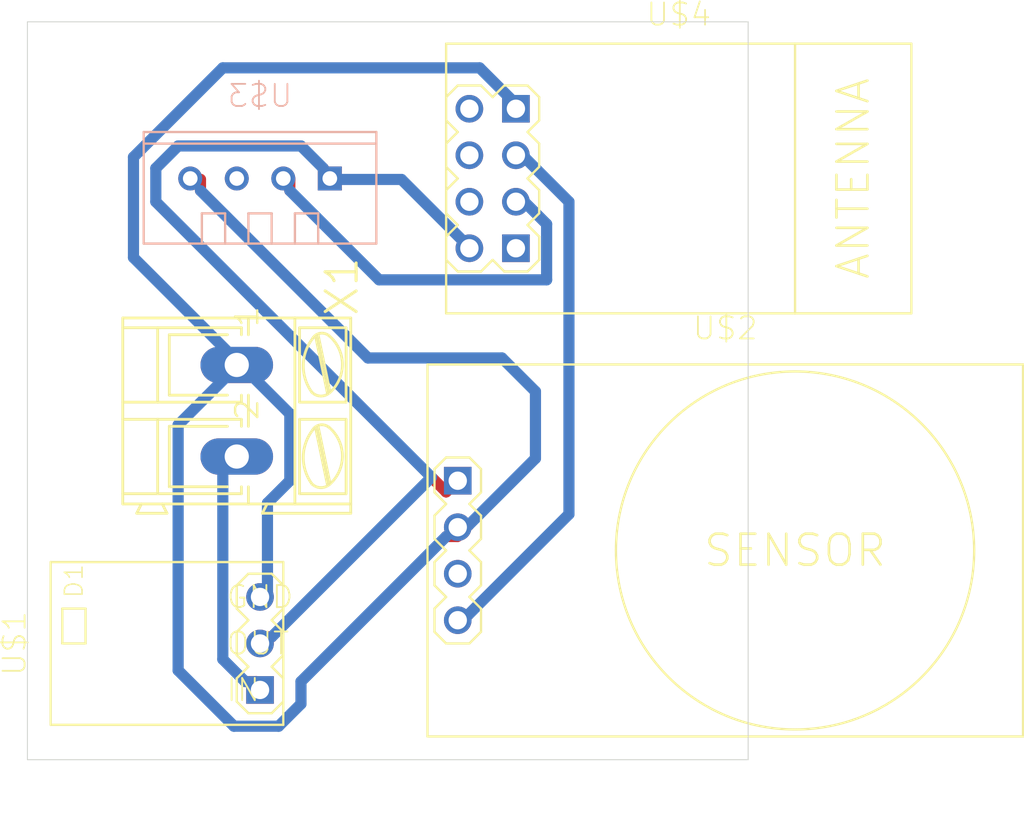
<source format=kicad_pcb>
(kicad_pcb (version 20171130) (host pcbnew "(5.1.6-0-10_14)")

  (general
    (thickness 1.6)
    (drawings 4)
    (tracks 66)
    (zones 0)
    (modules 5)
    (nets 12)
  )

  (page A4)
  (layers
    (0 Top signal)
    (31 Bottom signal)
    (32 B.Adhes user)
    (33 F.Adhes user)
    (34 B.Paste user)
    (35 F.Paste user)
    (36 B.SilkS user)
    (37 F.SilkS user)
    (38 B.Mask user)
    (39 F.Mask user)
    (40 Dwgs.User user)
    (41 Cmts.User user)
    (42 Eco1.User user)
    (43 Eco2.User user)
    (44 Edge.Cuts user)
    (45 Margin user)
    (46 B.CrtYd user)
    (47 F.CrtYd user)
    (48 B.Fab user)
    (49 F.Fab user)
  )

  (setup
    (last_trace_width 0.25)
    (trace_clearance 0.2)
    (zone_clearance 0.508)
    (zone_45_only no)
    (trace_min 0.2)
    (via_size 0.8)
    (via_drill 0.4)
    (via_min_size 0.4)
    (via_min_drill 0.3)
    (uvia_size 0.3)
    (uvia_drill 0.1)
    (uvias_allowed no)
    (uvia_min_size 0.2)
    (uvia_min_drill 0.1)
    (edge_width 0.05)
    (segment_width 0.2)
    (pcb_text_width 0.3)
    (pcb_text_size 1.5 1.5)
    (mod_edge_width 0.12)
    (mod_text_size 1 1)
    (mod_text_width 0.15)
    (pad_size 1.524 1.524)
    (pad_drill 0.762)
    (pad_to_mask_clearance 0.05)
    (aux_axis_origin 0 0)
    (visible_elements FFFFFF7F)
    (pcbplotparams
      (layerselection 0x010fc_ffffffff)
      (usegerberextensions false)
      (usegerberattributes true)
      (usegerberadvancedattributes true)
      (creategerberjobfile true)
      (excludeedgelayer true)
      (linewidth 0.100000)
      (plotframeref false)
      (viasonmask false)
      (mode 1)
      (useauxorigin false)
      (hpglpennumber 1)
      (hpglpenspeed 20)
      (hpglpendiameter 15.000000)
      (psnegative false)
      (psa4output false)
      (plotreference true)
      (plotvalue true)
      (plotinvisibletext false)
      (padsonsilk false)
      (subtractmaskfromsilk false)
      (outputformat 1)
      (mirror false)
      (drillshape 1)
      (scaleselection 1)
      (outputdirectory ""))
  )

  (net 0 "")
  (net 1 VCC)
  (net 2 GND)
  (net 3 "Net-(U$1-Pad2)")
  (net 4 "Net-(U$2-Pad4)")
  (net 5 "Net-(U$2-Pad3)")
  (net 6 "Net-(U$3-Pad3)")
  (net 7 "Net-(U$3-Pad2)")
  (net 8 "Net-(U$4-PadD1)")
  (net 9 "Net-(U$4-PadA2)")
  (net 10 "Net-(U$4-PadB2)")
  (net 11 "Net-(U$4-PadC2)")

  (net_class Default "This is the default net class."
    (clearance 0.2)
    (trace_width 0.25)
    (via_dia 0.8)
    (via_drill 0.4)
    (uvia_dia 0.3)
    (uvia_drill 0.1)
    (add_net GND)
    (add_net "Net-(U$1-Pad2)")
    (add_net "Net-(U$2-Pad3)")
    (add_net "Net-(U$2-Pad4)")
    (add_net "Net-(U$3-Pad2)")
    (add_net "Net-(U$3-Pad3)")
    (add_net "Net-(U$4-PadA2)")
    (add_net "Net-(U$4-PadB2)")
    (add_net "Net-(U$4-PadC2)")
    (add_net "Net-(U$4-PadD1)")
    (add_net VCC)
  )

  (module GAS:REG-AMS1117-3P (layer Top) (tedit 0) (tstamp 5F1F1DCD)
    (at 136.4461 118.8086 90)
    (descr "<b>Linear Regulator</b> based on <b>AMS1117</b> chip<br />\n3-pin version")
    (path /4D826FCC)
    (fp_text reference U$1 (at 0 -7.62 90) (layer F.SilkS)
      (effects (font (size 1.2065 1.2065) (thickness 0.09652)) (justify bottom))
    )
    (fp_text value REG-AMS1117-3P- (at 0 7.62 90) (layer F.Fab)
      (effects (font (size 1.2065 1.2065) (thickness 0.09652)) (justify top))
    )
    (fp_line (start -4.445 6.35) (end 4.445 6.35) (layer F.SilkS) (width 0.127))
    (fp_line (start 4.445 6.35) (end 4.445 -6.35) (layer F.SilkS) (width 0.127))
    (fp_line (start 4.445 -6.35) (end -4.445 -6.35) (layer F.SilkS) (width 0.127))
    (fp_line (start -4.445 -6.35) (end -4.445 6.35) (layer F.SilkS) (width 0.127))
    (fp_line (start -3.81 4.445) (end -3.175 3.81) (layer F.SilkS) (width 0.127))
    (fp_line (start -3.175 3.81) (end -1.905 3.81) (layer F.SilkS) (width 0.127))
    (fp_line (start -1.905 3.81) (end -1.27 4.445) (layer F.SilkS) (width 0.127))
    (fp_line (start -1.27 4.445) (end -0.635 3.81) (layer F.SilkS) (width 0.127))
    (fp_line (start -0.635 3.81) (end 0.635 3.81) (layer F.SilkS) (width 0.127))
    (fp_line (start 0.635 3.81) (end 1.27 4.445) (layer F.SilkS) (width 0.127))
    (fp_line (start 1.27 4.445) (end 1.905 3.81) (layer F.SilkS) (width 0.127))
    (fp_line (start 1.905 3.81) (end 3.175 3.81) (layer F.SilkS) (width 0.127))
    (fp_line (start 3.81 5.715) (end 3.175 6.35) (layer F.SilkS) (width 0.127))
    (fp_line (start 1.905 6.35) (end 1.27 5.715) (layer F.SilkS) (width 0.127))
    (fp_line (start 1.27 5.715) (end 0.635 6.35) (layer F.SilkS) (width 0.127))
    (fp_line (start -0.635 6.35) (end -1.27 5.715) (layer F.SilkS) (width 0.127))
    (fp_line (start -1.27 5.715) (end -1.905 6.35) (layer F.SilkS) (width 0.127))
    (fp_line (start -3.175 6.35) (end -3.81 5.715) (layer F.SilkS) (width 0.127))
    (fp_line (start -3.81 5.715) (end -3.81 4.445) (layer F.SilkS) (width 0.127))
    (fp_line (start 3.81 5.715) (end 3.81 4.445) (layer F.SilkS) (width 0.127))
    (fp_line (start 3.81 4.445) (end 3.175 3.81) (layer F.SilkS) (width 0.127))
    (fp_line (start 0 -5.715) (end 1.905 -5.715) (layer F.SilkS) (width 0.127))
    (fp_line (start 1.905 -5.715) (end 1.905 -4.445) (layer F.SilkS) (width 0.127))
    (fp_line (start 1.905 -4.445) (end 0 -4.445) (layer F.SilkS) (width 0.127))
    (fp_line (start 0 -4.445) (end 0 -5.715) (layer F.SilkS) (width 0.127))
    (fp_text user D1 (at 2.413 -5.08 90) (layer F.SilkS)
      (effects (font (size 0.9652 0.9652) (thickness 0.08128)) (justify left))
    )
    (fp_text user IN (at -2.54 3.175 180) (layer F.SilkS)
      (effects (font (size 1.2065 1.2065) (thickness 0.1016)) (justify left))
    )
    (fp_text user OUT (at 0 3.175 180) (layer F.SilkS)
      (effects (font (size 1.2065 1.2065) (thickness 0.1016)) (justify left))
    )
    (fp_text user GND (at 2.54 3.175 180) (layer F.SilkS)
      (effects (font (size 1.2065 1.2065) (thickness 0.1016)) (justify left))
    )
    (pad 3 thru_hole circle (at 2.54 5.08 90) (size 1.508 1.508) (drill 1) (layers *.Cu *.Mask)
      (net 2 GND) (solder_mask_margin 0.1016))
    (pad 1 thru_hole rect (at -2.54 5.08 90) (size 1.508 1.508) (drill 1) (layers *.Cu *.Mask)
      (net 1 VCC) (solder_mask_margin 0.1016))
    (pad 2 thru_hole circle (at 0 5.08 90) (size 1.508 1.508) (drill 1) (layers *.Cu *.Mask)
      (net 3 "Net-(U$1-Pad2)") (solder_mask_margin 0.1016))
    (model "${KISYS3DMOD}/ams1117-1.snapshot.3/Regulador AMS1117 5V a 3.step"
      (offset (xyz 0 0 4))
      (scale (xyz 1 1 1))
      (rotate (xyz 0 -180 0))
    )
  )

  (module GAS:GAS-SENSOR-MQ2 (layer Top) (tedit 0) (tstamp 5F1F1DF0)
    (at 166.9261 113.7286)
    (descr "<b>Gas Sensor</b> based on <b>MQ-2</b> device")
    (path /6197D135)
    (fp_text reference U$2 (at 0 -11.43) (layer F.SilkS)
      (effects (font (size 1.2065 1.2065) (thickness 0.09652)) (justify bottom))
    )
    (fp_text value GAS-SENSOR-MQ2 (at 0 11.43) (layer F.Fab)
      (effects (font (size 1.2065 1.2065) (thickness 0.09652)) (justify top))
    )
    (fp_line (start -16.256 -10.16) (end 16.256 -10.16) (layer F.SilkS) (width 0.127))
    (fp_line (start 16.256 -10.16) (end 16.256 10.16) (layer F.SilkS) (width 0.127))
    (fp_line (start 16.256 10.16) (end -16.256 10.16) (layer F.SilkS) (width 0.127))
    (fp_line (start -16.256 10.16) (end -16.256 -10.16) (layer F.SilkS) (width 0.127))
    (fp_circle (center 3.81 0) (end 13.589 0) (layer F.SilkS) (width 0.127))
    (fp_line (start -15.875 -4.445) (end -15.24 -5.08) (layer F.SilkS) (width 0.127))
    (fp_line (start -15.24 -5.08) (end -13.97 -5.08) (layer F.SilkS) (width 0.127))
    (fp_line (start -13.97 -5.08) (end -13.335 -4.445) (layer F.SilkS) (width 0.127))
    (fp_line (start -13.335 -4.445) (end -13.335 -3.175) (layer F.SilkS) (width 0.127))
    (fp_line (start -13.335 -3.175) (end -13.97 -2.54) (layer F.SilkS) (width 0.127))
    (fp_line (start -13.97 -2.54) (end -13.335 -1.905) (layer F.SilkS) (width 0.127))
    (fp_line (start -13.335 -1.905) (end -13.335 -0.635) (layer F.SilkS) (width 0.127))
    (fp_line (start -13.335 -0.635) (end -13.97 0) (layer F.SilkS) (width 0.127))
    (fp_line (start -13.97 0) (end -13.335 0.635) (layer F.SilkS) (width 0.127))
    (fp_line (start -13.335 0.635) (end -13.335 1.905) (layer F.SilkS) (width 0.127))
    (fp_line (start -13.335 1.905) (end -13.97 2.54) (layer F.SilkS) (width 0.127))
    (fp_line (start -15.24 2.54) (end -15.875 1.905) (layer F.SilkS) (width 0.127))
    (fp_line (start -15.875 1.905) (end -15.875 0.635) (layer F.SilkS) (width 0.127))
    (fp_line (start -15.875 0.635) (end -15.24 0) (layer F.SilkS) (width 0.127))
    (fp_line (start -15.24 0) (end -15.875 -0.635) (layer F.SilkS) (width 0.127))
    (fp_line (start -15.875 -0.635) (end -15.875 -1.905) (layer F.SilkS) (width 0.127))
    (fp_line (start -15.875 -1.905) (end -15.24 -2.54) (layer F.SilkS) (width 0.127))
    (fp_line (start -15.24 -2.54) (end -15.875 -3.175) (layer F.SilkS) (width 0.127))
    (fp_line (start -15.875 -3.175) (end -15.875 -4.445) (layer F.SilkS) (width 0.127))
    (fp_line (start -15.24 2.54) (end -15.875 3.175) (layer F.SilkS) (width 0.127))
    (fp_line (start -15.875 3.175) (end -15.875 4.445) (layer F.SilkS) (width 0.127))
    (fp_line (start -15.875 4.445) (end -15.24 5.08) (layer F.SilkS) (width 0.127))
    (fp_line (start -15.24 5.08) (end -13.97 5.08) (layer F.SilkS) (width 0.127))
    (fp_line (start -13.97 5.08) (end -13.335 4.445) (layer F.SilkS) (width 0.127))
    (fp_line (start -13.335 4.445) (end -13.335 3.175) (layer F.SilkS) (width 0.127))
    (fp_line (start -13.335 3.175) (end -13.97 2.54) (layer F.SilkS) (width 0.127))
    (fp_text user SENSOR (at 3.81 0) (layer F.SilkS)
      (effects (font (size 1.6891 1.6891) (thickness 0.14224)))
    )
    (pad "" np_thru_hole circle (at 13.589 -7.62) (size 2.8 2.8) (drill 2.8) (layers *.Cu *.Mask))
    (pad "" np_thru_hole circle (at 13.589 7.62) (size 2.8 2.8) (drill 2.8) (layers *.Cu *.Mask))
    (pad "" np_thru_hole circle (at -13.589 7.62) (size 2.8 2.8) (drill 2.8) (layers *.Cu *.Mask))
    (pad "" np_thru_hole circle (at -13.589 -7.62) (size 2.8 2.8) (drill 2.8) (layers *.Cu *.Mask))
    (pad 4 thru_hole circle (at -14.605 3.81) (size 1.508 1.508) (drill 1) (layers *.Cu *.Mask)
      (net 4 "Net-(U$2-Pad4)") (solder_mask_margin 0.1016))
    (pad 3 thru_hole circle (at -14.605 1.27) (size 1.508 1.508) (drill 1) (layers *.Cu *.Mask)
      (net 5 "Net-(U$2-Pad3)") (solder_mask_margin 0.1016))
    (pad 2 thru_hole circle (at -14.605 -1.27) (size 1.508 1.508) (drill 1) (layers *.Cu *.Mask)
      (net 2 GND) (solder_mask_margin 0.1016))
    (pad 1 thru_hole rect (at -14.605 -3.81) (size 1.508 1.508) (drill 1) (layers *.Cu *.Mask)
      (net 3 "Net-(U$1-Pad2)") (solder_mask_margin 0.1016))
    (model "${KISYS3DMOD}/mq135-air-sensor-1.snapshot.1 2/MQ135_sensor.step"
      (offset (xyz -5 5.5 3.5))
      (scale (xyz 1 1 1))
      (rotate (xyz 0 0 -180))
    )
  )

  (module GAS:TEMP-HUM-SENSOR-DHT11 (layer Bottom) (tedit 0) (tstamp 5F1F1E1B)
    (at 141.5261 93.4086 180)
    (descr "<b>DHT11 - digital humidity & temperature sensor</b>")
    (path /2AECCF64)
    (fp_text reference U$3 (at 0 3.81) (layer B.SilkS)
      (effects (font (size 1.2065 1.2065) (thickness 0.09652)) (justify bottom mirror))
    )
    (fp_text value TEMP-HUM-SENSOR-DHT11 (at 0 -5.08) (layer B.Fab)
      (effects (font (size 1.2065 1.2065) (thickness 0.09652)) (justify top mirror))
    )
    (fp_line (start -6.35 2.54) (end 6.35 2.54) (layer B.SilkS) (width 0.127))
    (fp_line (start 6.35 2.54) (end 6.35 1.905) (layer B.SilkS) (width 0.127))
    (fp_line (start 6.35 1.905) (end 6.35 -3.556) (layer B.SilkS) (width 0.127))
    (fp_line (start 6.35 -3.556) (end 3.175 -3.556) (layer B.SilkS) (width 0.127))
    (fp_line (start 3.175 -3.556) (end 1.905 -3.556) (layer B.SilkS) (width 0.127))
    (fp_line (start 1.905 -3.556) (end 0.635 -3.556) (layer B.SilkS) (width 0.127))
    (fp_line (start 0.635 -3.556) (end -0.635 -3.556) (layer B.SilkS) (width 0.127))
    (fp_line (start -0.635 -3.556) (end -1.905 -3.556) (layer B.SilkS) (width 0.127))
    (fp_line (start -1.905 -3.556) (end -3.175 -3.556) (layer B.SilkS) (width 0.127))
    (fp_line (start -3.175 -3.556) (end -6.35 -3.556) (layer B.SilkS) (width 0.127))
    (fp_line (start -6.35 -3.556) (end -6.35 1.905) (layer B.SilkS) (width 0.127))
    (fp_line (start -6.35 1.905) (end -6.35 2.54) (layer B.SilkS) (width 0.127))
    (fp_line (start -0.635 -3.556) (end -0.635 -1.905) (layer B.SilkS) (width 0.127))
    (fp_line (start -0.635 -1.905) (end 0.635 -1.905) (layer B.SilkS) (width 0.127))
    (fp_line (start 0.635 -1.905) (end 0.635 -3.556) (layer B.SilkS) (width 0.127))
    (fp_line (start -3.175 -3.556) (end -3.175 -1.905) (layer B.SilkS) (width 0.127))
    (fp_line (start -3.175 -1.905) (end -1.905 -1.905) (layer B.SilkS) (width 0.127))
    (fp_line (start -1.905 -1.905) (end -1.905 -3.556) (layer B.SilkS) (width 0.127))
    (fp_line (start 1.905 -3.556) (end 1.905 -1.905) (layer B.SilkS) (width 0.127))
    (fp_line (start 1.905 -1.905) (end 3.175 -1.905) (layer B.SilkS) (width 0.127))
    (fp_line (start 3.175 -1.905) (end 3.175 -3.556) (layer B.SilkS) (width 0.127))
    (fp_line (start -6.35 1.905) (end 6.35 1.905) (layer B.SilkS) (width 0.127))
    (pad 4 thru_hole circle (at 3.81 0 180) (size 1.308 1.308) (drill 0.8) (layers *.Cu *.Mask)
      (net 2 GND) (solder_mask_margin 0.1016))
    (pad 3 thru_hole circle (at 1.27 0 180) (size 1.308 1.308) (drill 0.8) (layers *.Cu *.Mask)
      (net 6 "Net-(U$3-Pad3)") (solder_mask_margin 0.1016))
    (pad 2 thru_hole circle (at -1.27 0 180) (size 1.308 1.308) (drill 0.8) (layers *.Cu *.Mask)
      (net 7 "Net-(U$3-Pad2)") (solder_mask_margin 0.1016))
    (pad 1 thru_hole rect (at -3.81 0 180) (size 1.308 1.308) (drill 0.8) (layers *.Cu *.Mask)
      (net 3 "Net-(U$1-Pad2)") (solder_mask_margin 0.1016))
    (model ${KISYS3DMOD}/dht11-1.snapshot.2/DHT11.STEP
      (offset (xyz -6 -2.5 -3.5))
      (scale (xyz 1 1 1))
      (rotate (xyz 90 0 0))
    )
  )

  (module GAS:WIRELESS-WIFI-ESP-01 (layer Top) (tedit 0) (tstamp 5F1F1E38)
    (at 164.3861 93.4086)
    (descr "<b>Wireless Wi-Fi ESP-01 Module</b> based on <b>ESP8266</b> chip")
    (path /9A709B56)
    (fp_text reference U$4 (at 0 -8.255) (layer F.SilkS)
      (effects (font (size 1.2065 1.2065) (thickness 0.09652)) (justify bottom))
    )
    (fp_text value WIRELESS-WIFI-ESP-01 (at 0 8.255) (layer F.Fab)
      (effects (font (size 1.2065 1.2065) (thickness 0.09652)) (justify top))
    )
    (fp_line (start -12.7 -7.366) (end 6.35 -7.366) (layer F.SilkS) (width 0.127))
    (fp_line (start 6.35 -7.366) (end 12.7 -7.366) (layer F.SilkS) (width 0.127))
    (fp_line (start 12.7 -7.366) (end 12.7 7.366) (layer F.SilkS) (width 0.127))
    (fp_line (start 12.7 7.366) (end 6.35 7.366) (layer F.SilkS) (width 0.127))
    (fp_line (start 6.35 7.366) (end -12.7 7.366) (layer F.SilkS) (width 0.127))
    (fp_line (start -12.7 7.366) (end -12.7 4.445) (layer F.SilkS) (width 0.127))
    (fp_line (start -12.7 4.445) (end -12.7 3.175) (layer F.SilkS) (width 0.127))
    (fp_line (start -12.7 3.175) (end -12.7 1.905) (layer F.SilkS) (width 0.127))
    (fp_line (start -12.7 1.905) (end -12.7 0.635) (layer F.SilkS) (width 0.127))
    (fp_line (start -12.7 0.635) (end -12.7 -0.635) (layer F.SilkS) (width 0.127))
    (fp_line (start -12.7 -0.635) (end -12.7 -1.905) (layer F.SilkS) (width 0.127))
    (fp_line (start -12.7 -1.905) (end -12.7 -3.175) (layer F.SilkS) (width 0.127))
    (fp_line (start -12.7 -3.175) (end -12.7 -4.445) (layer F.SilkS) (width 0.127))
    (fp_line (start -12.7 -4.445) (end -12.7 -7.366) (layer F.SilkS) (width 0.127))
    (fp_line (start 6.35 -7.366) (end 6.35 7.366) (layer F.SilkS) (width 0.127))
    (fp_line (start -12.7 -4.445) (end -12.065 -5.08) (layer F.SilkS) (width 0.127))
    (fp_line (start -12.065 -5.08) (end -10.795 -5.08) (layer F.SilkS) (width 0.127))
    (fp_line (start -10.795 -5.08) (end -10.16 -4.445) (layer F.SilkS) (width 0.127))
    (fp_line (start -10.16 -4.445) (end -9.525 -5.08) (layer F.SilkS) (width 0.127))
    (fp_line (start -9.525 -5.08) (end -8.255 -5.08) (layer F.SilkS) (width 0.127))
    (fp_line (start -8.255 -5.08) (end -7.62 -4.445) (layer F.SilkS) (width 0.127))
    (fp_line (start -7.62 -4.445) (end -7.62 -3.175) (layer F.SilkS) (width 0.127))
    (fp_line (start -7.62 -3.175) (end -8.255 -2.54) (layer F.SilkS) (width 0.127))
    (fp_line (start -8.255 -2.54) (end -7.62 -1.905) (layer F.SilkS) (width 0.127))
    (fp_line (start -7.62 -1.905) (end -7.62 -0.635) (layer F.SilkS) (width 0.127))
    (fp_line (start -7.62 -0.635) (end -8.255 0) (layer F.SilkS) (width 0.127))
    (fp_line (start -8.255 0) (end -7.62 0.635) (layer F.SilkS) (width 0.127))
    (fp_line (start -7.62 0.635) (end -7.62 1.905) (layer F.SilkS) (width 0.127))
    (fp_line (start -7.62 1.905) (end -8.255 2.54) (layer F.SilkS) (width 0.127))
    (fp_line (start -8.255 2.54) (end -7.62 3.175) (layer F.SilkS) (width 0.127))
    (fp_line (start -7.62 3.175) (end -7.62 4.445) (layer F.SilkS) (width 0.127))
    (fp_line (start -7.62 4.445) (end -8.255 5.08) (layer F.SilkS) (width 0.127))
    (fp_line (start -8.255 5.08) (end -9.525 5.08) (layer F.SilkS) (width 0.127))
    (fp_line (start -9.525 5.08) (end -10.16 4.445) (layer F.SilkS) (width 0.127))
    (fp_line (start -10.16 4.445) (end -10.795 5.08) (layer F.SilkS) (width 0.127))
    (fp_line (start -10.795 5.08) (end -12.065 5.08) (layer F.SilkS) (width 0.127))
    (fp_line (start -12.065 5.08) (end -12.7 4.445) (layer F.SilkS) (width 0.127))
    (fp_line (start -12.7 3.175) (end -12.065 2.54) (layer F.SilkS) (width 0.127))
    (fp_line (start -12.065 2.54) (end -12.7 1.905) (layer F.SilkS) (width 0.127))
    (fp_line (start -12.7 0.635) (end -12.065 0) (layer F.SilkS) (width 0.127))
    (fp_line (start -12.065 0) (end -12.7 -0.635) (layer F.SilkS) (width 0.127))
    (fp_line (start -12.7 -1.905) (end -12.065 -2.54) (layer F.SilkS) (width 0.127))
    (fp_line (start -12.065 -2.54) (end -12.7 -3.175) (layer F.SilkS) (width 0.127))
    (fp_text user ANTENNA (at 9.525 0 90) (layer F.SilkS)
      (effects (font (size 1.6891 1.6891) (thickness 0.14224)))
    )
    (pad D1 thru_hole rect (at -8.89 3.81) (size 1.508 1.508) (drill 1) (layers *.Cu *.Mask)
      (net 8 "Net-(U$4-PadD1)") (solder_mask_margin 0.1016))
    (pad D2 thru_hole circle (at -11.43 3.81) (size 1.508 1.508) (drill 1) (layers *.Cu *.Mask)
      (net 3 "Net-(U$1-Pad2)") (solder_mask_margin 0.1016))
    (pad A2 thru_hole circle (at -11.43 -3.81) (size 1.508 1.508) (drill 1) (layers *.Cu *.Mask)
      (net 9 "Net-(U$4-PadA2)") (solder_mask_margin 0.1016))
    (pad B2 thru_hole circle (at -11.43 -1.27) (size 1.508 1.508) (drill 1) (layers *.Cu *.Mask)
      (net 10 "Net-(U$4-PadB2)") (solder_mask_margin 0.1016))
    (pad C2 thru_hole circle (at -11.43 1.27) (size 1.508 1.508) (drill 1) (layers *.Cu *.Mask)
      (net 11 "Net-(U$4-PadC2)") (solder_mask_margin 0.1016))
    (pad C1 thru_hole circle (at -8.89 1.27) (size 1.508 1.508) (drill 1) (layers *.Cu *.Mask)
      (net 7 "Net-(U$3-Pad2)") (solder_mask_margin 0.1016))
    (pad B1 thru_hole circle (at -8.89 -1.27) (size 1.508 1.508) (drill 1) (layers *.Cu *.Mask)
      (net 4 "Net-(U$2-Pad4)") (solder_mask_margin 0.1016))
    (pad A1 thru_hole rect (at -8.89 -3.81) (size 1.508 1.508) (drill 1) (layers *.Cu *.Mask)
      (net 2 GND) (solder_mask_margin 0.1016))
    (model ${KISYS3DMOD}/esp8266-esp01-3.snapshot.1/ESP8266_ESP01_cp.step
      (offset (xyz -11.5 3.5 0))
      (scale (xyz 1 1 1))
      (rotate (xyz 0 0 0))
    )
  )

  (module GAS:AK300_2 (layer Top) (tedit 0) (tstamp 5F1F1E6F)
    (at 140.2561 106.1086 270)
    (descr <b>CONNECTOR</b>)
    (path /6F919911)
    (fp_text reference X1 (at -5.08 -6.731 90) (layer F.SilkS)
      (effects (font (size 1.6891 1.6891) (thickness 0.16891)) (justify left bottom))
    )
    (fp_text value AK300_2 (at -5.08 8.636 90) (layer F.Fab)
      (effects (font (size 1.6891 1.6891) (thickness 0.16891)) (justify left bottom))
    )
    (fp_line (start 5.08 -6.223) (end 5.08 -3.175) (layer F.SilkS) (width 0.1524))
    (fp_line (start 5.08 -6.223) (end -5.08 -6.223) (layer F.SilkS) (width 0.1524))
    (fp_line (start 5.08 -6.223) (end 5.588 -6.223) (layer F.SilkS) (width 0.1524))
    (fp_line (start 5.588 -6.223) (end 5.588 -1.397) (layer F.SilkS) (width 0.1524))
    (fp_line (start 5.588 -1.397) (end 5.08 -1.651) (layer F.SilkS) (width 0.1524))
    (fp_line (start 5.588 5.461) (end 5.08 5.207) (layer F.SilkS) (width 0.1524))
    (fp_line (start 5.08 5.207) (end 5.08 6.223) (layer F.SilkS) (width 0.1524))
    (fp_line (start 5.588 3.81) (end 5.08 4.064) (layer F.SilkS) (width 0.1524))
    (fp_line (start 5.08 4.064) (end 5.08 5.207) (layer F.SilkS) (width 0.1524))
    (fp_line (start 5.588 3.81) (end 5.588 5.461) (layer F.SilkS) (width 0.1524))
    (fp_line (start 0.4572 6.223) (end 0.4572 4.318) (layer F.SilkS) (width 0.1524))
    (fp_line (start 4.5212 -0.254) (end 4.5212 4.318) (layer F.SilkS) (width 0.1524))
    (fp_line (start 0.4572 6.223) (end 4.5212 6.223) (layer F.SilkS) (width 0.1524))
    (fp_line (start 4.5212 6.223) (end 5.08 6.223) (layer F.SilkS) (width 0.1524))
    (fp_line (start -0.4826 6.223) (end -0.4826 4.318) (layer F.SilkS) (width 0.1524))
    (fp_line (start -0.4826 6.223) (end 0.4572 6.223) (layer F.SilkS) (width 0.1524))
    (fp_line (start -4.5466 -0.254) (end -4.5466 4.318) (layer F.SilkS) (width 0.1524))
    (fp_line (start -5.08 6.223) (end -4.5466 6.223) (layer F.SilkS) (width 0.1524))
    (fp_line (start -4.5466 6.223) (end -0.4826 6.223) (layer F.SilkS) (width 0.1524))
    (fp_line (start 0.4572 4.318) (end 4.5212 4.318) (layer F.SilkS) (width 0.1524))
    (fp_line (start 0.4572 4.318) (end 0.4572 -0.254) (layer F.SilkS) (width 0.1524))
    (fp_line (start 4.5212 4.318) (end 4.5212 6.223) (layer F.SilkS) (width 0.1524))
    (fp_line (start -0.4826 4.318) (end -4.5466 4.318) (layer F.SilkS) (width 0.1524))
    (fp_line (start -0.4826 4.318) (end -0.4826 -0.254) (layer F.SilkS) (width 0.1524))
    (fp_line (start -4.5466 4.318) (end -4.5466 6.223) (layer F.SilkS) (width 0.1524))
    (fp_line (start 4.1402 3.683) (end 4.1402 0.508) (layer F.SilkS) (width 0.1524))
    (fp_line (start 4.1402 3.683) (end 0.8382 3.683) (layer F.SilkS) (width 0.1524))
    (fp_line (start 0.8382 3.683) (end 0.8382 0.508) (layer F.SilkS) (width 0.1524))
    (fp_line (start -0.8636 3.683) (end -0.8636 0.508) (layer F.SilkS) (width 0.1524))
    (fp_line (start -0.8636 3.683) (end -4.1656 3.683) (layer F.SilkS) (width 0.1524))
    (fp_line (start -4.1656 3.683) (end -4.1656 0.508) (layer F.SilkS) (width 0.1524))
    (fp_line (start -4.1656 0.508) (end -3.7846 0.508) (layer F.Fab) (width 0.1524))
    (fp_line (start -0.8636 0.508) (end -1.2446 0.508) (layer F.Fab) (width 0.1524))
    (fp_line (start 0.8382 0.508) (end 1.2192 0.508) (layer F.Fab) (width 0.1524))
    (fp_line (start 4.1402 0.508) (end 3.7592 0.508) (layer F.Fab) (width 0.1524))
    (fp_line (start -5.08 6.223) (end -5.08 -0.635) (layer F.SilkS) (width 0.1524))
    (fp_line (start -5.08 -0.635) (end -5.08 -3.175) (layer F.SilkS) (width 0.1524))
    (fp_line (start 5.08 -1.651) (end 5.08 -0.635) (layer F.SilkS) (width 0.1524))
    (fp_line (start 5.08 -0.635) (end 5.08 4.064) (layer F.SilkS) (width 0.1524))
    (fp_line (start -5.08 -3.175) (end 5.08 -3.175) (layer F.SilkS) (width 0.1524))
    (fp_line (start -5.08 -3.175) (end -5.08 -6.223) (layer F.SilkS) (width 0.1524))
    (fp_line (start 5.08 -3.175) (end 5.08 -1.651) (layer F.SilkS) (width 0.1524))
    (fp_line (start 0.4572 -3.429) (end 0.4572 -5.969) (layer F.SilkS) (width 0.1524))
    (fp_line (start 0.4572 -5.969) (end 4.5212 -5.969) (layer F.SilkS) (width 0.1524))
    (fp_line (start 4.5212 -5.969) (end 4.5212 -3.429) (layer F.SilkS) (width 0.1524))
    (fp_line (start 4.5212 -3.429) (end 0.4572 -3.429) (layer F.SilkS) (width 0.1524))
    (fp_line (start -0.4826 -3.429) (end -0.4826 -5.969) (layer F.SilkS) (width 0.1524))
    (fp_line (start -0.4826 -3.429) (end -4.5466 -3.429) (layer F.SilkS) (width 0.1524))
    (fp_line (start -4.5466 -3.429) (end -4.5466 -5.969) (layer F.SilkS) (width 0.1524))
    (fp_line (start -0.4826 -5.969) (end -4.5466 -5.969) (layer F.SilkS) (width 0.1524))
    (fp_line (start 0.8636 -4.445) (end 3.9116 -5.08) (layer F.SilkS) (width 0.1524))
    (fp_line (start 0.9906 -4.318) (end 4.0386 -4.953) (layer F.SilkS) (width 0.1524))
    (fp_line (start -4.1402 -4.445) (end -1.0922 -5.08) (layer F.SilkS) (width 0.1524))
    (fp_line (start -4.0132 -4.318) (end -0.9652 -4.953) (layer F.SilkS) (width 0.1524))
    (fp_line (start -4.5466 -0.254) (end -4.1656 -0.254) (layer F.SilkS) (width 0.1524))
    (fp_line (start -0.4826 -0.254) (end -0.8636 -0.254) (layer F.SilkS) (width 0.1524))
    (fp_line (start -0.8636 -0.254) (end -4.1656 -0.254) (layer F.Fab) (width 0.1524))
    (fp_line (start -5.08 -0.635) (end -4.1656 -0.635) (layer F.SilkS) (width 0.1524))
    (fp_line (start -4.1656 -0.635) (end -0.8636 -0.635) (layer F.Fab) (width 0.1524))
    (fp_line (start -0.8636 -0.635) (end 0.8382 -0.635) (layer F.SilkS) (width 0.1524))
    (fp_line (start 5.08 -0.635) (end 4.1402 -0.635) (layer F.SilkS) (width 0.1524))
    (fp_line (start 4.1402 -0.635) (end 0.8382 -0.635) (layer F.Fab) (width 0.1524))
    (fp_line (start 4.5212 -0.254) (end 4.1402 -0.254) (layer F.SilkS) (width 0.1524))
    (fp_line (start 0.4572 -0.254) (end 0.8382 -0.254) (layer F.SilkS) (width 0.1524))
    (fp_line (start 0.8382 -0.254) (end 4.1402 -0.254) (layer F.Fab) (width 0.1524))
    (fp_poly (pts (xy -3.7846 2.54) (xy -1.2446 2.54) (xy -1.2446 -0.254) (xy -3.7846 -0.254)) (layer F.Fab) (width 0))
    (fp_poly (pts (xy 1.2192 2.54) (xy 3.7592 2.54) (xy 3.7592 -0.254) (xy 1.2192 -0.254)) (layer F.Fab) (width 0))
    (fp_text user 2 (at 0.5842 -1.27 270) (layer F.SilkS)
      (effects (font (size 1.2065 1.2065) (thickness 0.127)) (justify left bottom))
    )
    (fp_text user 1 (at -4.4958 -1.27 270) (layer F.SilkS)
      (effects (font (size 1.2065 1.2065) (thickness 0.127)) (justify left bottom))
    )
    (fp_arc (start -3.6576 -4.648074) (end -4.0894 -5.0546) (angle -104.208873) (layer F.SilkS) (width 0.1524))
    (fp_arc (start -2.539933 -3.7084) (end -4.1402 -5.0038) (angle 100.022513) (layer F.SilkS) (width 0.1524))
    (fp_arc (start -2.463694 -6.070599) (end -3.9878 -4.1656) (angle -75.528719) (layer F.SilkS) (width 0.1524))
    (fp_arc (start -1.498599 -4.597277) (end -1.0464 -4.0849) (angle -90.564135) (layer F.SilkS) (width 0.1524))
    (fp_arc (start 1.346199 -4.648074) (end 0.9144 -5.0546) (angle -104.208873) (layer F.SilkS) (width 0.1524))
    (fp_arc (start 2.463681 -3.708399) (end 0.8636 -5.0038) (angle 100.0232) (layer F.SilkS) (width 0.1524))
    (fp_arc (start 2.54004 -6.0706) (end 1.016 -4.1656) (angle -75.530157) (layer F.SilkS) (width 0.1524))
    (fp_arc (start 3.5052 -4.597277) (end 3.9574 -4.0849) (angle -90.564135) (layer F.SilkS) (width 0.1524))
    (pad 2 thru_hole oval (at 2.4892 0) (size 3.9624 1.9812) (drill 1.3208) (layers *.Cu *.Mask)
      (net 1 VCC) (solder_mask_margin 0.1016))
    (pad 1 thru_hole oval (at -2.5146 0) (size 3.9624 1.9812) (drill 1.3208) (layers *.Cu *.Mask)
      (net 2 GND) (solder_mask_margin 0.1016))
    (model ${KISYS3DMOD}/tb5p-2p-5-10-7-6-10-1.snapshot.2/tb5p-2p_p5_l10_w7-6_h10.stp
      (offset (xyz 0 0.5 6))
      (scale (xyz 1 1 1))
      (rotate (xyz -90 0 0))
    )
  )

  (gr_line (start 128.8261 125.1586) (end 168.1761 125.1586) (layer Edge.Cuts) (width 0.05) (tstamp 2F7D050))
  (gr_line (start 168.1761 125.1586) (end 168.1761 84.8486) (layer Edge.Cuts) (width 0.05) (tstamp 2F7CFC0))
  (gr_line (start 168.1761 84.8486) (end 128.8261 84.8486) (layer Edge.Cuts) (width 0.05) (tstamp 2F7C510))
  (gr_line (start 128.8261 84.8486) (end 128.8261 125.1586) (layer Edge.Cuts) (width 0.05) (tstamp 2F7C5A0))

  (segment (start 140.7133 120.8914) (end 141.3229 120.8914) (width 0.6096) (layer Top) (net 1) (tstamp 2F598C0))
  (segment (start 139.4941 119.6722) (end 140.7133 120.8914) (width 0.6096) (layer Bottom) (net 1) (tstamp 2F59950))
  (segment (start 139.4941 109.309) (end 139.4941 119.6722) (width 0.6096) (layer Bottom) (net 1) (tstamp 2F599E0))
  (segment (start 140.1037 108.6994) (end 139.4941 109.309) (width 0.6096) (layer Top) (net 1) (tstamp 2F59A70))
  (segment (start 141.3229 120.8914) (end 141.5261 121.3486) (width 0.6096) (layer Top) (net 1) (tstamp 2F59B00))
  (segment (start 140.1037 108.6994) (end 140.2561 108.5978) (width 0.6096) (layer Top) (net 1) (tstamp 2F59B90))
  (segment (start 138.2749 94.069) (end 138.2749 93.4594) (width 0.6096) (layer Top) (net 2) (tstamp 2F59F80))
  (segment (start 147.4189 103.213) (end 138.2749 94.069) (width 0.6096) (layer Bottom) (net 2) (tstamp 2F5A010))
  (segment (start 154.7341 103.213) (end 147.4189 103.213) (width 0.6096) (layer Bottom) (net 2) (tstamp 2F5A0A0))
  (segment (start 156.5629 105.0418) (end 154.7341 103.213) (width 0.6096) (layer Bottom) (net 2) (tstamp 2F5A130))
  (segment (start 156.5629 108.6994) (end 156.5629 105.0418) (width 0.6096) (layer Bottom) (net 2) (tstamp 2F5A1C0))
  (segment (start 152.9053 112.357) (end 156.5629 108.6994) (width 0.6096) (layer Bottom) (net 2) (tstamp 2F5A250))
  (segment (start 138.2749 93.4594) (end 137.7161 93.4086) (width 0.6096) (layer Top) (net 2) (tstamp 2F5A2E0))
  (segment (start 152.9053 112.357) (end 152.3211 112.4586) (width 0.6096) (layer Top) (net 2) (tstamp 2F5A370))
  (segment (start 141.9325 111.1378) (end 141.9325 116.0146) (width 0.6096) (layer Bottom) (net 2) (tstamp 2F5A400))
  (segment (start 143.1517 109.9186) (end 141.9325 111.1378) (width 0.6096) (layer Bottom) (net 2) (tstamp 2F5A490))
  (segment (start 143.1517 106.261) (end 143.1517 109.9186) (width 0.6096) (layer Bottom) (net 2) (tstamp 2F5A520))
  (segment (start 140.7133 103.8226) (end 143.1517 106.261) (width 0.6096) (layer Bottom) (net 2) (tstamp 2F5A5B0))
  (segment (start 141.9325 116.0146) (end 141.5261 116.2686) (width 0.6096) (layer Top) (net 2) (tstamp 2F5A640))
  (segment (start 140.7133 103.8226) (end 140.2561 103.594) (width 0.6096) (layer Top) (net 2) (tstamp 2F5A6D0))
  (segment (start 153.5149 87.3634) (end 155.3437 89.1922) (width 0.6096) (layer Bottom) (net 2) (tstamp 2F5A760))
  (segment (start 139.4941 87.3634) (end 153.5149 87.3634) (width 0.6096) (layer Bottom) (net 2) (tstamp 2F5A7F0))
  (segment (start 134.6173 92.2402) (end 139.4941 87.3634) (width 0.6096) (layer Bottom) (net 2) (tstamp 2F5A880))
  (segment (start 134.6173 97.7266) (end 134.6173 92.2402) (width 0.6096) (layer Bottom) (net 2) (tstamp 2F5A910))
  (segment (start 140.1037 103.213) (end 134.6173 97.7266) (width 0.6096) (layer Bottom) (net 2) (tstamp 2F5A9A0))
  (segment (start 155.3437 89.1922) (end 155.4961 89.5986) (width 0.6096) (layer Top) (net 2) (tstamp 2F5AA30))
  (segment (start 140.1037 103.213) (end 140.2561 103.594) (width 0.6096) (layer Top) (net 2) (tstamp 2F5AAC0))
  (segment (start 151.6861 112.9666) (end 152.2957 112.9666) (width 0.6096) (layer Top) (net 2) (tstamp 2F5AB50))
  (segment (start 143.7613 120.8914) (end 151.6861 112.9666) (width 0.6096) (layer Bottom) (net 2) (tstamp 2F5ABE0))
  (segment (start 143.7613 122.1106) (end 143.7613 120.8914) (width 0.6096) (layer Bottom) (net 2) (tstamp 2F5AC70))
  (segment (start 142.5421 123.3298) (end 143.7613 122.1106) (width 0.6096) (layer Bottom) (net 2) (tstamp 2F5AD00))
  (segment (start 140.1037 123.3298) (end 142.5421 123.3298) (width 0.6096) (layer Bottom) (net 2) (tstamp 2F5AD90))
  (segment (start 137.0557 120.2818) (end 140.1037 123.3298) (width 0.6096) (layer Bottom) (net 2) (tstamp 2F5AE20))
  (segment (start 137.0557 106.8706) (end 137.0557 120.2818) (width 0.6096) (layer Bottom) (net 2) (tstamp 2F5AEB0))
  (segment (start 140.1037 103.8226) (end 137.0557 106.8706) (width 0.6096) (layer Bottom) (net 2) (tstamp 2F5AF40))
  (segment (start 152.2957 112.9666) (end 152.3211 112.4586) (width 0.6096) (layer Top) (net 2) (tstamp 2F5AFD0))
  (segment (start 140.1037 103.8226) (end 140.2561 103.594) (width 0.6096) (layer Top) (net 2) (tstamp 2F5B060))
  (segment (start 149.2477 93.4594) (end 145.5901 93.4594) (width 0.6096) (layer Bottom) (net 3) (tstamp 2F58360))
  (segment (start 152.9053 97.117) (end 149.2477 93.4594) (width 0.6096) (layer Bottom) (net 3) (tstamp 2F583F0))
  (segment (start 145.5901 93.4594) (end 145.3361 93.4086) (width 0.6096) (layer Top) (net 3) (tstamp 2F58480))
  (segment (start 152.9053 97.117) (end 152.9561 97.2186) (width 0.6096) (layer Top) (net 3) (tstamp 2F58510))
  (segment (start 142.1611 118.453) (end 141.9325 118.453) (width 0.6096) (layer Top) (net 3) (tstamp 2F585A0))
  (segment (start 152.2957 109.9186) (end 151.6861 110.5282) (width 0.6096) (layer Top) (net 3) (tstamp 2F58630))
  (segment (start 150.886 109.7281) (end 142.1611 118.453) (width 0.6096) (layer Bottom) (net 3) (tstamp 2F586C0))
  (segment (start 141.9325 118.453) (end 141.5261 118.8086) (width 0.6096) (layer Top) (net 3) (tstamp 2F58750))
  (segment (start 152.2957 109.9186) (end 152.3211 109.9186) (width 0.6096) (layer Top) (net 3) (tstamp 2F587E0))
  (segment (start 143.7613 91.6306) (end 144.9805 92.8498) (width 0.6096) (layer Bottom) (net 3) (tstamp 2F58870))
  (segment (start 137.0557 91.6306) (end 143.7613 91.6306) (width 0.6096) (layer Bottom) (net 3) (tstamp 2F58900))
  (segment (start 135.8365 92.8498) (end 137.0557 91.6306) (width 0.6096) (layer Bottom) (net 3) (tstamp 2F58990))
  (segment (start 135.8365 94.6786) (end 135.8365 92.8498) (width 0.6096) (layer Bottom) (net 3) (tstamp 2F58A20))
  (segment (start 151.6861 110.5282) (end 150.886 109.7281) (width 0.6096) (layer Top) (net 3) (tstamp 2F58AB0))
  (segment (start 150.886 109.7281) (end 135.8365 94.6786) (width 0.6096) (layer Bottom) (net 3) (tstamp 2F58B40))
  (segment (start 144.9805 92.8498) (end 145.3361 93.4086) (width 0.6096) (layer Top) (net 3) (tstamp 2F58BD0))
  (segment (start 151.6861 110.5282) (end 152.3211 109.9186) (width 0.6096) (layer Top) (net 3) (tstamp 2F58C60))
  (segment (start 158.3917 111.7474) (end 152.9053 117.2338) (width 0.6096) (layer Bottom) (net 4) (tstamp 2F58EA0))
  (segment (start 158.3917 94.6786) (end 158.3917 111.7474) (width 0.6096) (layer Bottom) (net 4) (tstamp 2F58F30))
  (segment (start 155.9533 92.2402) (end 158.3917 94.6786) (width 0.6096) (layer Bottom) (net 4) (tstamp 2F58FC0))
  (segment (start 152.9053 117.2338) (end 152.3211 117.5386) (width 0.6096) (layer Top) (net 4) (tstamp 2F59050))
  (segment (start 155.9533 92.2402) (end 155.4961 92.1386) (width 0.6096) (layer Top) (net 4) (tstamp 2F590E0))
  (segment (start 143.1517 94.069) (end 143.1517 93.4594) (width 0.6096) (layer Top) (net 7) (tstamp 2F59320))
  (segment (start 148.0285 98.9458) (end 143.1517 94.069) (width 0.6096) (layer Bottom) (net 7) (tstamp 2F593B0))
  (segment (start 157.1725 98.9458) (end 148.0285 98.9458) (width 0.6096) (layer Bottom) (net 7) (tstamp 2F59440))
  (segment (start 157.1725 95.8978) (end 157.1725 98.9458) (width 0.6096) (layer Bottom) (net 7) (tstamp 2F594D0))
  (segment (start 155.9533 94.6786) (end 157.1725 95.8978) (width 0.6096) (layer Bottom) (net 7) (tstamp 2F59560))
  (segment (start 143.1517 93.4594) (end 142.7961 93.4086) (width 0.6096) (layer Top) (net 7) (tstamp 2F595F0))
  (segment (start 155.9533 94.6786) (end 155.4961 94.6786) (width 0.6096) (layer Top) (net 7) (tstamp 2F59680))

)

</source>
